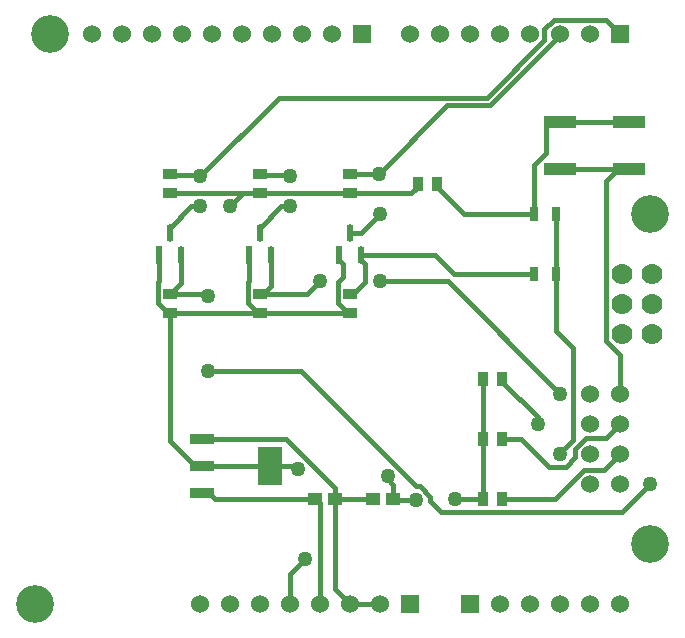
<source format=gtl>
G04*
G04 #@! TF.GenerationSoftware,Altium Limited,Altium Designer,26.2.0 (7)*
G04*
G04 Layer_Physical_Order=1*
G04 Layer_Color=255*
%FSLAX44Y44*%
%MOMM*%
G71*
G04*
G04 #@! TF.SameCoordinates,138AD885-AACF-4A89-911C-20B3B9BD5497*
G04*
G04*
G04 #@! TF.FilePolarity,Positive*
G04*
G01*
G75*
%ADD16R,1.2621X0.8081*%
%ADD17R,0.5780X1.5242*%
G04:AMPARAMS|DCode=19|XSize=1.5242mm|YSize=0.578mm|CornerRadius=0.289mm|HoleSize=0mm|Usage=FLASHONLY|Rotation=90.000|XOffset=0mm|YOffset=0mm|HoleType=Round|Shape=RoundedRectangle|*
%AMROUNDEDRECTD19*
21,1,1.5242,0.0000,0,0,90.0*
21,1,0.9463,0.5780,0,0,90.0*
1,1,0.5780,0.0000,0.4731*
1,1,0.5780,0.0000,-0.4731*
1,1,0.5780,0.0000,-0.4731*
1,1,0.5780,0.0000,0.4731*
%
%ADD19ROUNDEDRECTD19*%
%ADD20R,0.7000X1.3000*%
%ADD21R,0.8081X1.2621*%
%ADD27R,2.1500X0.9500*%
%ADD28R,2.1500X3.2500*%
%ADD29R,2.8000X1.0000*%
%ADD30R,1.2500X1.1000*%
%ADD31C,0.3810*%
%ADD32C,3.2000*%
%ADD33C,1.5240*%
%ADD34R,1.5240X1.5240*%
%ADD35C,1.7780*%
%ADD36C,1.2700*%
D16*
X330200Y271380D02*
D03*
Y287420D02*
D03*
X254000Y271380D02*
D03*
Y287420D02*
D03*
X406400Y271380D02*
D03*
Y287420D02*
D03*
Y372980D02*
D03*
Y389020D02*
D03*
X330200Y372980D02*
D03*
Y389020D02*
D03*
X254000Y372980D02*
D03*
Y389020D02*
D03*
D17*
X396900Y321098D02*
D03*
X320700D02*
D03*
X244500D02*
D03*
D19*
X339700D02*
D03*
X415900D02*
D03*
X263500D02*
D03*
X254000Y339302D02*
D03*
X406400D02*
D03*
X330200D02*
D03*
D20*
X562000Y304800D02*
D03*
X581000Y355600D02*
D03*
X562000D02*
D03*
X581000Y304800D02*
D03*
D21*
X535070Y114300D02*
D03*
X519030D02*
D03*
Y215900D02*
D03*
Y165100D02*
D03*
X535070D02*
D03*
Y215900D02*
D03*
X479590Y381000D02*
D03*
X463550D02*
D03*
D27*
X280880Y119240D02*
D03*
Y165240D02*
D03*
Y142240D02*
D03*
D28*
X338880D02*
D03*
D29*
X584200Y433700D02*
D03*
X642200D02*
D03*
Y393700D02*
D03*
X584200D02*
D03*
D30*
X442840Y114300D02*
D03*
X376700D02*
D03*
X393700D02*
D03*
X425840D02*
D03*
D31*
X461625Y113658D02*
X462267Y113017D01*
X443481Y113658D02*
X461625D01*
X465455Y125095D02*
X474345Y116205D01*
Y112421D02*
Y116205D01*
X442840Y114300D02*
X443481Y113658D01*
X461671Y125095D02*
X465455D01*
X474345Y112421D02*
X483261Y103505D01*
X364516Y222250D02*
X461671Y125095D01*
X483261Y103505D02*
X636905D01*
X495300Y114300D02*
X519030D01*
X579837D02*
X604603Y139065D01*
X535070Y114300D02*
X579837D01*
X588671Y141605D02*
X596637Y149571D01*
X574686Y141605D02*
X588671D01*
X551191Y165100D02*
X574686Y141605D01*
X584200Y152400D02*
Y153043D01*
X581000Y256464D02*
Y355600D01*
X584200Y153043D02*
X594995Y163838D01*
X535070Y165100D02*
X551191D01*
X604603Y139065D02*
X621665D01*
X635000Y152400D01*
X519030Y114300D02*
Y165100D01*
X596637Y156500D02*
X605872Y165735D01*
X622935D02*
X635000Y177800D01*
X636905Y103505D02*
X660400Y127000D01*
X596637Y149571D02*
Y156500D01*
X605872Y165735D02*
X622935D01*
X594995Y163838D02*
Y242469D01*
X519030Y165100D02*
Y215900D01*
X633200Y393700D02*
X642200D01*
X623065Y383565D02*
X633200Y393700D01*
X623065Y247977D02*
Y383565D01*
Y247977D02*
X635000Y236042D01*
Y203200D02*
Y236042D01*
X406400Y25400D02*
X431800D01*
X376700Y114300D02*
X377405D01*
X381000Y110705D01*
Y25400D02*
Y110705D01*
X393633Y114367D02*
Y123283D01*
X351676Y165240D02*
X393633Y123283D01*
Y114367D02*
X393700Y114300D01*
X285750Y222250D02*
X364516D01*
X284080Y287420D02*
X285750Y285750D01*
X254000Y287420D02*
X284080D01*
X254000Y271380D02*
X327930D01*
X319444Y279866D02*
X327930Y271380D01*
X319444Y279866D02*
Y297832D01*
X254000Y163120D02*
Y271380D01*
Y163120D02*
X274880Y142240D01*
X280880D01*
X404130Y271380D02*
X406400D01*
X430780Y389756D02*
X488725Y447701D01*
X430412Y389388D02*
X430780Y389756D01*
X584200Y507357D02*
Y508000D01*
X524544Y447701D02*
X584200Y507357D01*
X488725Y447701D02*
X524544D01*
X346101Y454051D02*
X521914D01*
X622935Y520065D02*
X635000Y508000D01*
X570865Y511727D02*
X579202Y520065D01*
X521914Y454051D02*
X570865Y503003D01*
Y511727D01*
X579202Y520065D02*
X622935D01*
X279400Y387350D02*
X346101Y454051D01*
X315830Y372980D02*
X330200D01*
X304800Y361950D02*
X315830Y372980D01*
X254000D02*
X315830D01*
X406400D02*
X457800D01*
X330200D02*
X406400D01*
X393700Y114300D02*
X425840D01*
X291820D02*
X376700D01*
X438150Y130944D02*
Y133350D01*
X584200Y393700D02*
X642200D01*
X330200Y271380D02*
X404130D01*
X396900Y316367D02*
X400050Y313217D01*
X395644Y297832D02*
X400050Y302238D01*
X396900Y316367D02*
Y321098D01*
X400050Y302238D02*
Y313217D01*
X395644Y279866D02*
Y297832D01*
X419100Y297850D02*
Y313150D01*
X415900Y316350D02*
Y321098D01*
Y316350D02*
X419100Y313150D01*
X408670Y287420D02*
X419100Y297850D01*
X431800Y298450D02*
X488950D01*
X581000Y256464D02*
X594995Y242469D01*
X488950Y298450D02*
X584200Y203200D01*
X369970Y287420D02*
X381000Y298450D01*
X330200Y287420D02*
X369970D01*
X327930Y271380D02*
X330200D01*
X395644Y279866D02*
X404130Y271380D01*
X254000Y344033D02*
X271917Y361950D01*
X279400D01*
X254000Y339302D02*
Y344033D01*
X355600Y50800D02*
X368300Y63500D01*
X355600Y25400D02*
Y50800D01*
X393700Y38100D02*
X406400Y25400D01*
X393700Y38100D02*
Y114300D01*
X280880Y165240D02*
X351676D01*
X442840Y114300D02*
Y126255D01*
X438150Y130944D02*
X442840Y126255D01*
X359410Y142240D02*
X361950Y139700D01*
X338880Y142240D02*
X359410D01*
X280880D02*
X338880D01*
X280880Y119240D02*
X286880D01*
X291820Y114300D01*
X565150Y177800D02*
Y183550D01*
X535070Y213630D02*
X565150Y183550D01*
X535070Y213630D02*
Y215900D01*
X494202Y304800D02*
X562000D01*
X477904Y321098D02*
X494202Y304800D01*
X415900Y321098D02*
X477904D01*
X562000Y355600D02*
Y396786D01*
X572105Y406891D01*
Y430605D01*
X575200Y433700D01*
X584200D01*
X642200D01*
X479590Y378730D02*
Y381000D01*
Y378730D02*
X502720Y355600D01*
X562000D01*
X254000Y389020D02*
X254835Y388185D01*
X278565D01*
X279400Y387350D01*
X330200Y389020D02*
X331035Y388185D01*
X354765D01*
X355600Y387350D01*
X348117Y361950D02*
X355600D01*
X330200Y344033D02*
X348117Y361950D01*
X330200Y339302D02*
Y344033D01*
X406400Y389020D02*
X406768Y389388D01*
X430412D01*
X415502Y339302D02*
X431800Y355600D01*
X406400Y339302D02*
X415502D01*
X463550Y378730D02*
Y381000D01*
X457800Y372980D02*
X463550Y378730D01*
X406400Y287420D02*
X408670D01*
X330200D02*
X332470D01*
X339700Y294650D01*
Y321098D01*
X263500Y296920D02*
Y321098D01*
X258406Y291826D02*
X263500Y296920D01*
X258406Y289555D02*
Y291826D01*
X256270Y287420D02*
X258406Y289555D01*
X254000Y287420D02*
X256270D01*
X319444Y297832D02*
X320700Y299088D01*
Y321098D01*
X251730Y271380D02*
X254000D01*
X243244Y279866D02*
X251730Y271380D01*
X243244Y279866D02*
Y297832D01*
X244500Y299088D01*
Y321098D01*
D32*
X660400Y355600D02*
D03*
X139700Y25400D02*
D03*
X152400Y508000D02*
D03*
X660400Y76200D02*
D03*
D33*
X609600Y127000D02*
D03*
Y203200D02*
D03*
X635000Y127000D02*
D03*
X355600Y25400D02*
D03*
X609600Y177800D02*
D03*
Y152400D02*
D03*
X635000Y203200D02*
D03*
Y177800D02*
D03*
Y152400D02*
D03*
X533400Y25400D02*
D03*
X558800D02*
D03*
X584200D02*
D03*
X609600D02*
D03*
X635000D02*
D03*
X391160Y508000D02*
D03*
X365760D02*
D03*
X340360D02*
D03*
X314960D02*
D03*
X289560D02*
D03*
X264160D02*
D03*
X238760D02*
D03*
X213360D02*
D03*
X187960D02*
D03*
X558800D02*
D03*
X533400D02*
D03*
X508000D02*
D03*
X482600D02*
D03*
X457200D02*
D03*
X609600D02*
D03*
X584200D02*
D03*
X381000Y25400D02*
D03*
X330200D02*
D03*
X304800D02*
D03*
X279400D02*
D03*
X431800D02*
D03*
X406400D02*
D03*
D34*
X508000D02*
D03*
X416560Y508000D02*
D03*
X635000D02*
D03*
X457200Y25400D02*
D03*
D35*
X636400Y304300D02*
D03*
X661800D02*
D03*
X636400Y278900D02*
D03*
X661800D02*
D03*
X636400Y253500D02*
D03*
X661800D02*
D03*
D36*
X462267Y113017D02*
D03*
X495300Y114300D02*
D03*
X584200Y152400D02*
D03*
X660400Y127000D02*
D03*
X285750Y222250D02*
D03*
Y285750D02*
D03*
X304800Y361950D02*
D03*
X431800Y298450D02*
D03*
X584200Y203200D02*
D03*
X381000Y298450D02*
D03*
X279400Y361950D02*
D03*
X368300Y63500D02*
D03*
X438150Y133350D02*
D03*
X361950Y139700D02*
D03*
X565150Y177800D02*
D03*
X279400Y387350D02*
D03*
X355600D02*
D03*
Y361950D02*
D03*
X430780Y389756D02*
D03*
X431800Y355600D02*
D03*
M02*

</source>
